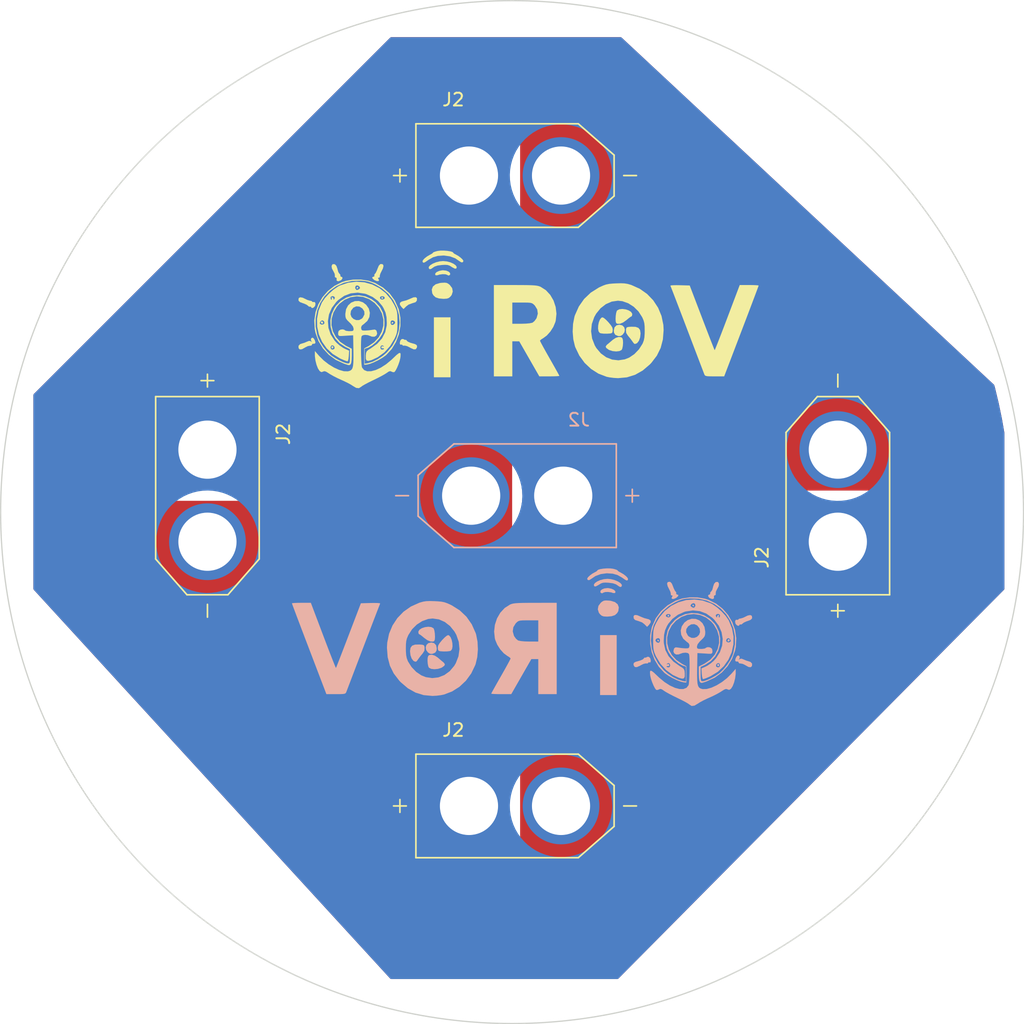
<source format=kicad_pcb>
(kicad_pcb (version 20211014) (generator pcbnew)
  (layers (0 "F.Cu" signal) (31 "B.Cu" signal) (34 "B.Paste" user) (35 "F.Paste" user) (36 "B.SilkS" user "B.Silkscreen") (37 "F.SilkS" user "F.Silkscreen") (38 "B.Mask" user) (39 "F.Mask" user) (44 "Edge.Cuts" user))
  (net 0 "")
  (net 1 "/+")
  (net 2 "/-")
  (footprint "MountingHole:MountingHole_3.2mm_M3" (layer "F.Cu") (at 227.5586 81.3054)
    (fp_text reference "REF**" hide)
    (fp_text value "MountingHole_3.2mm_M3")
    (pad "" np_thru_hole circle (at 0 0) (size 3.2 3.2) (drill 3.2) (layers *.Cu *.Mask))
  )
  (footprint "MountingHole:MountingHole_3.2mm_M3" (layer "F.Cu") (at 175.8696 32.9946)
    (fp_text reference "REF**" hide)
    (fp_text value "MountingHole_3.2mm_M3")
    (pad "" np_thru_hole circle (at 0 0) (size 3.2 3.2) (drill 3.2) (layers *.Cu *.Mask))
  )
  (footprint "MountingHole:MountingHole_3.2mm_M3" (layer "F.Cu") (at 223.7232 32.9946)
    (fp_text reference "REF**" hide)
    (fp_text value "MountingHole_3.2mm_M3")
    (pad "" np_thru_hole circle (at 0 0) (size 3.2 3.2) (drill 3.2) (layers *.Cu *.Mask))
  )
  (footprint "MountingHole:MountingHole_3.2mm_M3" (layer "F.Cu") (at 170.8912 81.2546)
    (fp_text reference "REF**" hide)
    (fp_text value "MountingHole_3.2mm_M3")
    (pad "" np_thru_hole circle (at 0 0) (size 3.2 3.2) (drill 3.2) (layers *.Cu *.Mask))
  )
  (footprint "xt60:AMASS_XT60-M" (layer "F.Cu") (at 176.1744 58.718 -90)
    (fp_text reference "J2" (at -4.825 -5.935 90) (layer "F.SilkS"))
    (fp_text value "XT60-M")
    (pad "N" thru_hole circle (at 3.6 0 270) (size 6 6) (drill 4.55) (layers *.Cu *.Mask) (net 1 "/+"))
    (pad "P" thru_hole rect (at -3.6 0 270) (size 6 6) (drill 4.55) (layers *.Cu *.Mask) (net 2 "/-"))
  )
  (footprint "xt60:AMASS_XT60-M" (layer "F.Cu") (at 225.4758 58.718 90)
    (fp_text reference "J2" (at -4.825 -5.935 90) (layer "F.SilkS"))
    (fp_text value "XT60-M")
    (pad "N" thru_hole circle (at 3.6 0 90) (size 6 6) (drill 4.55) (layers *.Cu *.Mask) (net 1 "/+"))
    (pad "P" thru_hole rect (at -3.6 0 90) (size 6 6) (drill 4.55) (layers *.Cu *.Mask) (net 2 "/-"))
  )
  (footprint "Logos:pp" (layer "F.Cu") (at 201.1 45.2)
    (fp_text reference "." hide)
    (fp_text value "." hide)
  )
  (footprint "xt60:AMASS_XT60-M" (layer "F.Cu") (at 200.2282 82.9818)
    (fp_text reference "J2" (at -4.825 -5.935) (layer "F.SilkS"))
    (fp_text value "XT60-M")
    (pad "N" thru_hole circle (at 3.6 0) (size 6 6) (drill 4.55) (layers *.Cu *.Mask) (net 1 "/+"))
    (pad "P" thru_hole rect (at -3.6 0) (size 6 6) (drill 4.55) (layers *.Cu *.Mask) (net 2 "/-"))
  )
  (footprint "xt60:AMASS_XT60-M" (layer "F.Cu") (at 200.2282 33.6804)
    (fp_text reference "J2" (at -4.825 -5.935) (layer "F.SilkS"))
    (fp_text value "XT60-M")
    (pad "N" thru_hole circle (at 3.6 0) (size 6 6) (drill 4.55) (layers *.Cu *.Mask) (net 1 "/+"))
    (pad "P" thru_hole rect (at -3.6 0) (size 6 6) (drill 4.55) (layers *.Cu *.Mask) (net 2 "/-"))
  )
  (footprint "Logos:pp" (layer "B.Cu") (at 200.9648 70.0532 180)
    (fp_text reference "." hide)
    (fp_text value "." hide)
  )
  (footprint "xt60:AMASS_XT60-M" (layer "B.Cu") (at 200.4 58.718 180)
    (fp_text reference "J2" (at -4.825 5.935) (layer "B.SilkS") (effects (justify mirror)))
    (fp_text value "XT60-M")
    (pad "N" thru_hole circle (at 3.6 0 180) (size 6 6) (drill 4.55) (layers *.Cu *.Mask) (net 1 "/+"))
    (pad "P" thru_hole rect (at -3.6 0 180) (size 6 6) (drill 4.55) (layers *.Cu *.Mask) (net 2 "/-"))
  )
  (gr_circle (center 200 60) (end 160 60) (layer "Edge.Cuts") (width 0.1) (fill none))
  (zone (net 1) (net_name "/+") (layer "F.Cu") (connect_pads yes (clearance 1)) (min_thickness 0.254) (fill yes (thermal_gap 0.508) (thermal_bridge_width 0.508))
    (polygon (pts (xy 238.506 50.8) (xy 238.506 66.04) (xy 208.28 96.52) (xy 190.5 96.52) (xy 162.56 66.04) (xy 162.56 50.8) (xy 190.5 22.86) (xy 208.534 22.86)))
  )
  (zone (net 1) (net_name "/+") (layer "F.Cu") (connect_pads yes (clearance 1)) (min_thickness 0.254) (fill yes (thermal_gap 0.508) (thermal_bridge_width 0.508))
    (polygon (pts (xy 211 65.3) (xy 188.8 65.3) (xy 188.8 52.1) (xy 211 52.1)))
  )
  (zone (net 2) (net_name "/-") (layer "B.Cu") (connect_pads yes (clearance 1)) (min_thickness 0.254) (fill yes (thermal_gap 0.508) (thermal_bridge_width 0.508))
    (polygon (pts (xy 210.7 64.7) (xy 191.6 64.7) (xy 191.6 52.6) (xy 210.7 52.6)))
  )
  (zone (net 2) (net_name "/-") (layer "B.Cu") (connect_pads yes (clearance 1)) (min_thickness 0.254) (fill yes (thermal_gap 0.508) (thermal_bridge_width 0.508))
    (polygon (pts (xy 238.506 50.8) (xy 238.506 66.04) (xy 208.28 96.52) (xy 190.5 96.52) (xy 162.56 66.04) (xy 162.56 50.8) (xy 190.5 22.86) (xy 208.534 22.86)))
  )
)
</source>
